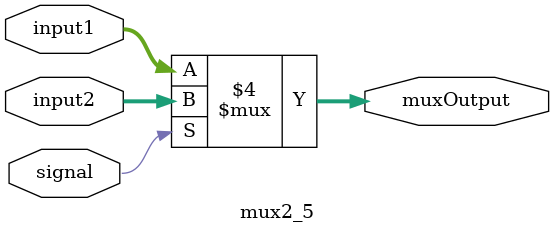
<source format=v>
`timescale 1ns / 1ps

module mux2_64(
           input [63: 0] input1,
           input [63: 0] input2,
           input signal,
           output reg [63: 0] muxOutput
       );

always @( input1, input2, signal, muxOutput ) begin

    if (signal == 0) begin
        muxOutput = input1;
    end
    else begin
        muxOutput = input2;
    end
end
endmodule

module mux2_pc(
           input [63: 0] input1,
           input [63: 0] input2,
           input signal,
           output reg [63: 0] muxOutput
       );

always @( input1, input2, signal, muxOutput ) begin

    if (signal == 0) begin
        muxOutput = input1;
    end
    else begin
        muxOutput = input2;
    end
end
endmodule


module mux2_5(
        input [5: 0] input1,
        input [5: 0] input2,
        input signal,
        output reg [5: 0] muxOutput
    );

always @( input1, input2, signal ) begin

    if (signal == 0) begin
        muxOutput = input1;
    end
    else begin
        muxOutput = input2;
    end
end
endmodule

</source>
